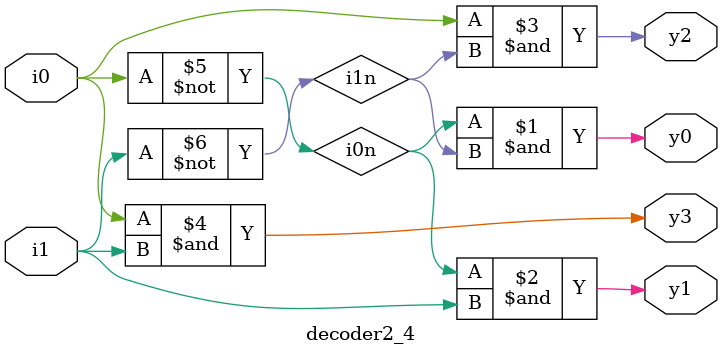
<source format=v>
`timescale 1ns / 1ps


module decoder2_4(y0, y1, y2, y3, i0, i1);
input i0;
input i1;
output y0;
output y1;
output y2;
output y3;

not(i0n,i0);
not(i1n,i1);
and(y0,i0n,i1n);
and(y1,i0n,i1);
and(y2,i0,i1n);
and(y3,i0,i1);

    
endmodule

</source>
